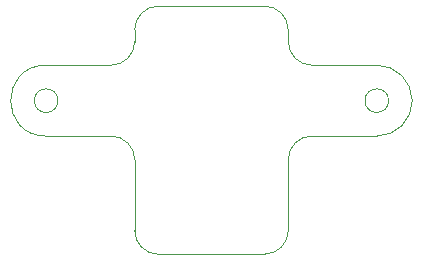
<source format=gbr>
%TF.GenerationSoftware,KiCad,Pcbnew,9.0.0*%
%TF.CreationDate,2025-06-21T10:21:25-05:00*%
%TF.ProjectId,SDC_USB_Breakout,5344435f-5553-4425-9f42-7265616b6f75,rev?*%
%TF.SameCoordinates,Original*%
%TF.FileFunction,Profile,NP*%
%FSLAX46Y46*%
G04 Gerber Fmt 4.6, Leading zero omitted, Abs format (unit mm)*
G04 Created by KiCad (PCBNEW 9.0.0) date 2025-06-21 10:21:25*
%MOMM*%
%LPD*%
G01*
G04 APERTURE LIST*
%TA.AperFunction,Profile*%
%ADD10C,0.100000*%
%TD*%
G04 APERTURE END LIST*
D10*
X119799998Y-36899999D02*
G75*
G02*
X117800001Y-34900001I2J1999999D01*
G01*
X117799999Y-34900001D02*
X117799999Y-33899998D01*
X104799998Y-44900002D02*
X104799998Y-50900001D01*
X106799999Y-52899999D02*
G75*
G02*
X104800001Y-50900001I1J1999999D01*
G01*
X117799999Y-50900001D02*
X117799999Y-44900000D01*
X115800000Y-31900000D02*
X106799999Y-31900003D01*
X117799999Y-44900000D02*
G75*
G02*
X119799998Y-42899999I2000001J0D01*
G01*
X97299999Y-42900000D02*
X102799998Y-42899998D01*
X102799998Y-42899998D02*
G75*
G02*
X104800002Y-44900002I2J-2000002D01*
G01*
X119799998Y-42900000D02*
X125299999Y-42900000D01*
X117799999Y-50900001D02*
G75*
G02*
X115800000Y-52899999I-1999999J1D01*
G01*
X126299997Y-39899999D02*
G75*
G02*
X124299999Y-39899999I-999999J0D01*
G01*
X124299999Y-39899999D02*
G75*
G02*
X126299997Y-39899999I999999J0D01*
G01*
X125299999Y-36899999D02*
X119799998Y-36899999D01*
X104799999Y-33900003D02*
G75*
G02*
X106799999Y-31899999I2000001J3D01*
G01*
X115800000Y-31900000D02*
G75*
G02*
X117800000Y-33899998I0J-2000000D01*
G01*
X125299999Y-36899999D02*
G75*
G02*
X125299999Y-42900001I1J-3000001D01*
G01*
X102799998Y-36900002D02*
X97299999Y-36900006D01*
X104799998Y-34900002D02*
G75*
G02*
X102799998Y-36899998I-1999998J2D01*
G01*
X106799999Y-52899999D02*
X115800000Y-52899999D01*
X97299999Y-42900000D02*
G75*
G02*
X97299999Y-36900000I1J3000000D01*
G01*
X104799999Y-33900003D02*
X104799998Y-34900002D01*
X98299999Y-39899999D02*
G75*
G02*
X96299999Y-39899999I-1000000J0D01*
G01*
X96299999Y-39899999D02*
G75*
G02*
X98299999Y-39899999I1000000J0D01*
G01*
M02*

</source>
